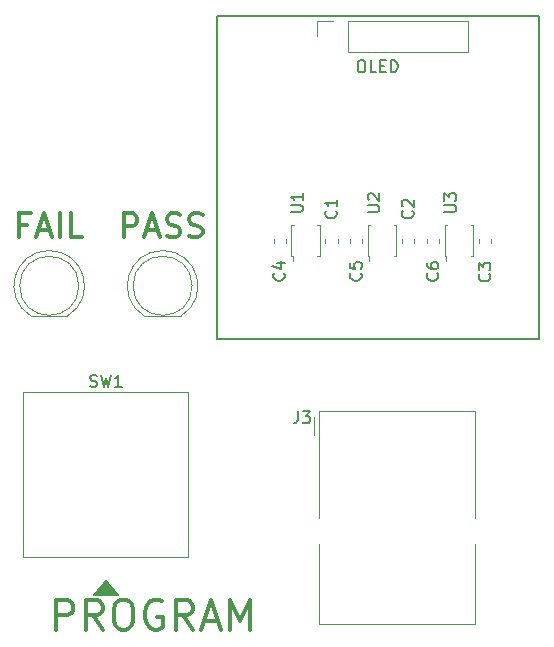
<source format=gto>
G04 #@! TF.GenerationSoftware,KiCad,Pcbnew,5.0-dev-unknown-9241a39~61~ubuntu17.10.1*
G04 #@! TF.CreationDate,2018-07-25T16:03:07+02:00*
G04 #@! TF.ProjectId,tag-connect-hat,7461672D636F6E6E6563742D6861742E,rev?*
G04 #@! TF.SameCoordinates,Original*
G04 #@! TF.FileFunction,Legend,Top*
G04 #@! TF.FilePolarity,Positive*
%FSLAX46Y46*%
G04 Gerber Fmt 4.6, Leading zero omitted, Abs format (unit mm)*
G04 Created by KiCad (PCBNEW 5.0-dev-unknown-9241a39~61~ubuntu17.10.1) date Wed Jul 25 16:03:07 2018*
%MOMM*%
%LPD*%
G01*
G04 APERTURE LIST*
%ADD10C,0.150000*%
%ADD11C,0.350000*%
%ADD12C,0.200000*%
%ADD13C,0.300000*%
%ADD14C,0.120000*%
%ADD15C,0.100000*%
G04 APERTURE END LIST*
D10*
G36*
X86000000Y-147000000D02*
X85000000Y-148250000D01*
X87000000Y-148250000D01*
X86000000Y-147000000D01*
G37*
X86000000Y-147000000D02*
X85000000Y-148250000D01*
X87000000Y-148250000D01*
X86000000Y-147000000D01*
D11*
X81785714Y-151130952D02*
X81785714Y-148630952D01*
X82738095Y-148630952D01*
X82976190Y-148750000D01*
X83095238Y-148869047D01*
X83214285Y-149107142D01*
X83214285Y-149464285D01*
X83095238Y-149702380D01*
X82976190Y-149821428D01*
X82738095Y-149940476D01*
X81785714Y-149940476D01*
X85714285Y-151130952D02*
X84880952Y-149940476D01*
X84285714Y-151130952D02*
X84285714Y-148630952D01*
X85238095Y-148630952D01*
X85476190Y-148750000D01*
X85595238Y-148869047D01*
X85714285Y-149107142D01*
X85714285Y-149464285D01*
X85595238Y-149702380D01*
X85476190Y-149821428D01*
X85238095Y-149940476D01*
X84285714Y-149940476D01*
X87261904Y-148630952D02*
X87738095Y-148630952D01*
X87976190Y-148750000D01*
X88214285Y-148988095D01*
X88333333Y-149464285D01*
X88333333Y-150297619D01*
X88214285Y-150773809D01*
X87976190Y-151011904D01*
X87738095Y-151130952D01*
X87261904Y-151130952D01*
X87023809Y-151011904D01*
X86785714Y-150773809D01*
X86666666Y-150297619D01*
X86666666Y-149464285D01*
X86785714Y-148988095D01*
X87023809Y-148750000D01*
X87261904Y-148630952D01*
X90714285Y-148750000D02*
X90476190Y-148630952D01*
X90119047Y-148630952D01*
X89761904Y-148750000D01*
X89523809Y-148988095D01*
X89404761Y-149226190D01*
X89285714Y-149702380D01*
X89285714Y-150059523D01*
X89404761Y-150535714D01*
X89523809Y-150773809D01*
X89761904Y-151011904D01*
X90119047Y-151130952D01*
X90357142Y-151130952D01*
X90714285Y-151011904D01*
X90833333Y-150892857D01*
X90833333Y-150059523D01*
X90357142Y-150059523D01*
X93333333Y-151130952D02*
X92500000Y-149940476D01*
X91904761Y-151130952D02*
X91904761Y-148630952D01*
X92857142Y-148630952D01*
X93095238Y-148750000D01*
X93214285Y-148869047D01*
X93333333Y-149107142D01*
X93333333Y-149464285D01*
X93214285Y-149702380D01*
X93095238Y-149821428D01*
X92857142Y-149940476D01*
X91904761Y-149940476D01*
X94285714Y-150416666D02*
X95476190Y-150416666D01*
X94047619Y-151130952D02*
X94880952Y-148630952D01*
X95714285Y-151130952D01*
X96547619Y-151130952D02*
X96547619Y-148630952D01*
X97380952Y-150416666D01*
X98214285Y-148630952D01*
X98214285Y-151130952D01*
D12*
X95400000Y-99200000D02*
X122700000Y-99200000D01*
X95400000Y-126500000D02*
X122700000Y-126500000D01*
X122700000Y-99200000D02*
X122700000Y-126500000D01*
X95400000Y-99200000D02*
X95400000Y-126500000D01*
D13*
X79342857Y-116857142D02*
X78676190Y-116857142D01*
X78676190Y-117904761D02*
X78676190Y-115904761D01*
X79628571Y-115904761D01*
X80295238Y-117333333D02*
X81247619Y-117333333D01*
X80104761Y-117904761D02*
X80771428Y-115904761D01*
X81438095Y-117904761D01*
X82104761Y-117904761D02*
X82104761Y-115904761D01*
X84009523Y-117904761D02*
X83057142Y-117904761D01*
X83057142Y-115904761D01*
X87514285Y-117904761D02*
X87514285Y-115904761D01*
X88276190Y-115904761D01*
X88466666Y-116000000D01*
X88561904Y-116095238D01*
X88657142Y-116285714D01*
X88657142Y-116571428D01*
X88561904Y-116761904D01*
X88466666Y-116857142D01*
X88276190Y-116952380D01*
X87514285Y-116952380D01*
X89419047Y-117333333D02*
X90371428Y-117333333D01*
X89228571Y-117904761D02*
X89895238Y-115904761D01*
X90561904Y-117904761D01*
X91133333Y-117809523D02*
X91419047Y-117904761D01*
X91895238Y-117904761D01*
X92085714Y-117809523D01*
X92180952Y-117714285D01*
X92276190Y-117523809D01*
X92276190Y-117333333D01*
X92180952Y-117142857D01*
X92085714Y-117047619D01*
X91895238Y-116952380D01*
X91514285Y-116857142D01*
X91323809Y-116761904D01*
X91228571Y-116666666D01*
X91133333Y-116476190D01*
X91133333Y-116285714D01*
X91228571Y-116095238D01*
X91323809Y-116000000D01*
X91514285Y-115904761D01*
X91990476Y-115904761D01*
X92276190Y-116000000D01*
X93038095Y-117809523D02*
X93323809Y-117904761D01*
X93800000Y-117904761D01*
X93990476Y-117809523D01*
X94085714Y-117714285D01*
X94180952Y-117523809D01*
X94180952Y-117333333D01*
X94085714Y-117142857D01*
X93990476Y-117047619D01*
X93800000Y-116952380D01*
X93419047Y-116857142D01*
X93228571Y-116761904D01*
X93133333Y-116666666D01*
X93038095Y-116476190D01*
X93038095Y-116285714D01*
X93133333Y-116095238D01*
X93228571Y-116000000D01*
X93419047Y-115904761D01*
X93895238Y-115904761D01*
X94180952Y-116000000D01*
D14*
X117100000Y-119500000D02*
X117100000Y-116900000D01*
X117100000Y-116900000D02*
X116900000Y-116900000D01*
X114900000Y-116900000D02*
X114700000Y-116900000D01*
X114700000Y-116900000D02*
X114700000Y-119500000D01*
X114700000Y-119500000D02*
X114800000Y-119500000D01*
X114800000Y-119500000D02*
X114800000Y-119900000D01*
X117100000Y-119500000D02*
X116900000Y-119500000D01*
X110600000Y-119500000D02*
X110600000Y-116900000D01*
X110600000Y-116900000D02*
X110400000Y-116900000D01*
X108400000Y-116900000D02*
X108200000Y-116900000D01*
X108200000Y-116900000D02*
X108200000Y-119500000D01*
X108200000Y-119500000D02*
X108300000Y-119500000D01*
X108300000Y-119500000D02*
X108300000Y-119900000D01*
X110600000Y-119500000D02*
X110400000Y-119500000D01*
X104100000Y-119500000D02*
X103900000Y-119500000D01*
X101800000Y-119500000D02*
X101800000Y-119900000D01*
X101700000Y-119500000D02*
X101800000Y-119500000D01*
X101700000Y-116900000D02*
X101700000Y-119500000D01*
X101900000Y-116900000D02*
X101700000Y-116900000D01*
X104100000Y-116900000D02*
X103900000Y-116900000D01*
X104100000Y-119500000D02*
X104100000Y-116900000D01*
X106470000Y-102230000D02*
X106470000Y-99570000D01*
X106470000Y-102230000D02*
X116690000Y-102230000D01*
X116690000Y-102230000D02*
X116690000Y-99570000D01*
X106470000Y-99570000D02*
X116690000Y-99570000D01*
X103870000Y-99570000D02*
X105200000Y-99570000D01*
X103870000Y-100900000D02*
X103870000Y-99570000D01*
X117590000Y-118028733D02*
X117590000Y-118371267D01*
X118610000Y-118028733D02*
X118610000Y-118371267D01*
X112110000Y-118371267D02*
X112110000Y-118028733D01*
X111090000Y-118371267D02*
X111090000Y-118028733D01*
X114210000Y-118371267D02*
X114210000Y-118028733D01*
X113190000Y-118371267D02*
X113190000Y-118028733D01*
X107710000Y-118371267D02*
X107710000Y-118028733D01*
X106690000Y-118371267D02*
X106690000Y-118028733D01*
X79655000Y-124590000D02*
X82745000Y-124590000D01*
X83700000Y-122030000D02*
G75*
G03X83700000Y-122030000I-2500000J0D01*
G01*
X81200462Y-119040000D02*
G75*
G03X79655170Y-124590000I-462J-2990000D01*
G01*
X81199538Y-119040000D02*
G75*
G02X82744830Y-124590000I462J-2990000D01*
G01*
X90799538Y-119040000D02*
G75*
G02X92344830Y-124590000I462J-2990000D01*
G01*
X90800462Y-119040000D02*
G75*
G03X89255170Y-124590000I-462J-2990000D01*
G01*
X93300000Y-122030000D02*
G75*
G03X93300000Y-122030000I-2500000J0D01*
G01*
X89255000Y-124590000D02*
X92345000Y-124590000D01*
X79015000Y-131015000D02*
X92985000Y-131015000D01*
X92985000Y-131015000D02*
X92985000Y-144985000D01*
X92985000Y-144985000D02*
X79015000Y-144985000D01*
X79015000Y-144985000D02*
X79015000Y-131015000D01*
X103600000Y-134670000D02*
X103600000Y-133140000D01*
X104070000Y-141690000D02*
X104070000Y-132670000D01*
D15*
X104070000Y-141620000D02*
X104070000Y-141690000D01*
D14*
X104070000Y-150670000D02*
X104070000Y-143890000D01*
X117270000Y-150670000D02*
X104070000Y-150670000D01*
D15*
X117270000Y-150660000D02*
X117270000Y-150670000D01*
D14*
X117270000Y-150670000D02*
X117270000Y-143890000D01*
D15*
X117270000Y-150550000D02*
X117270000Y-150670000D01*
D14*
X117270000Y-132670000D02*
X117270000Y-141690000D01*
X104070000Y-132670000D02*
X117270000Y-132670000D01*
X104590000Y-118371267D02*
X104590000Y-118028733D01*
X105610000Y-118371267D02*
X105610000Y-118028733D01*
X100190000Y-118371267D02*
X100190000Y-118028733D01*
X101210000Y-118371267D02*
X101210000Y-118028733D01*
D10*
X114652380Y-115761904D02*
X115461904Y-115761904D01*
X115557142Y-115714285D01*
X115604761Y-115666666D01*
X115652380Y-115571428D01*
X115652380Y-115380952D01*
X115604761Y-115285714D01*
X115557142Y-115238095D01*
X115461904Y-115190476D01*
X114652380Y-115190476D01*
X114652380Y-114809523D02*
X114652380Y-114190476D01*
X115033333Y-114523809D01*
X115033333Y-114380952D01*
X115080952Y-114285714D01*
X115128571Y-114238095D01*
X115223809Y-114190476D01*
X115461904Y-114190476D01*
X115557142Y-114238095D01*
X115604761Y-114285714D01*
X115652380Y-114380952D01*
X115652380Y-114666666D01*
X115604761Y-114761904D01*
X115557142Y-114809523D01*
X108152380Y-115761904D02*
X108961904Y-115761904D01*
X109057142Y-115714285D01*
X109104761Y-115666666D01*
X109152380Y-115571428D01*
X109152380Y-115380952D01*
X109104761Y-115285714D01*
X109057142Y-115238095D01*
X108961904Y-115190476D01*
X108152380Y-115190476D01*
X108247619Y-114761904D02*
X108200000Y-114714285D01*
X108152380Y-114619047D01*
X108152380Y-114380952D01*
X108200000Y-114285714D01*
X108247619Y-114238095D01*
X108342857Y-114190476D01*
X108438095Y-114190476D01*
X108580952Y-114238095D01*
X109152380Y-114809523D01*
X109152380Y-114190476D01*
X101652380Y-115761904D02*
X102461904Y-115761904D01*
X102557142Y-115714285D01*
X102604761Y-115666666D01*
X102652380Y-115571428D01*
X102652380Y-115380952D01*
X102604761Y-115285714D01*
X102557142Y-115238095D01*
X102461904Y-115190476D01*
X101652380Y-115190476D01*
X102652380Y-114190476D02*
X102652380Y-114761904D01*
X102652380Y-114476190D02*
X101652380Y-114476190D01*
X101795238Y-114571428D01*
X101890476Y-114666666D01*
X101938095Y-114761904D01*
X107547619Y-102952380D02*
X107738095Y-102952380D01*
X107833333Y-103000000D01*
X107928571Y-103095238D01*
X107976190Y-103285714D01*
X107976190Y-103619047D01*
X107928571Y-103809523D01*
X107833333Y-103904761D01*
X107738095Y-103952380D01*
X107547619Y-103952380D01*
X107452380Y-103904761D01*
X107357142Y-103809523D01*
X107309523Y-103619047D01*
X107309523Y-103285714D01*
X107357142Y-103095238D01*
X107452380Y-103000000D01*
X107547619Y-102952380D01*
X108880952Y-103952380D02*
X108404761Y-103952380D01*
X108404761Y-102952380D01*
X109214285Y-103428571D02*
X109547619Y-103428571D01*
X109690476Y-103952380D02*
X109214285Y-103952380D01*
X109214285Y-102952380D01*
X109690476Y-102952380D01*
X110119047Y-103952380D02*
X110119047Y-102952380D01*
X110357142Y-102952380D01*
X110500000Y-103000000D01*
X110595238Y-103095238D01*
X110642857Y-103190476D01*
X110690476Y-103380952D01*
X110690476Y-103523809D01*
X110642857Y-103714285D01*
X110595238Y-103809523D01*
X110500000Y-103904761D01*
X110357142Y-103952380D01*
X110119047Y-103952380D01*
X118457142Y-121041666D02*
X118504761Y-121089285D01*
X118552380Y-121232142D01*
X118552380Y-121327380D01*
X118504761Y-121470238D01*
X118409523Y-121565476D01*
X118314285Y-121613095D01*
X118123809Y-121660714D01*
X117980952Y-121660714D01*
X117790476Y-121613095D01*
X117695238Y-121565476D01*
X117600000Y-121470238D01*
X117552380Y-121327380D01*
X117552380Y-121232142D01*
X117600000Y-121089285D01*
X117647619Y-121041666D01*
X117552380Y-120708333D02*
X117552380Y-120089285D01*
X117933333Y-120422619D01*
X117933333Y-120279761D01*
X117980952Y-120184523D01*
X118028571Y-120136904D01*
X118123809Y-120089285D01*
X118361904Y-120089285D01*
X118457142Y-120136904D01*
X118504761Y-120184523D01*
X118552380Y-120279761D01*
X118552380Y-120565476D01*
X118504761Y-120660714D01*
X118457142Y-120708333D01*
X111957142Y-115691666D02*
X112004761Y-115739285D01*
X112052380Y-115882142D01*
X112052380Y-115977380D01*
X112004761Y-116120238D01*
X111909523Y-116215476D01*
X111814285Y-116263095D01*
X111623809Y-116310714D01*
X111480952Y-116310714D01*
X111290476Y-116263095D01*
X111195238Y-116215476D01*
X111100000Y-116120238D01*
X111052380Y-115977380D01*
X111052380Y-115882142D01*
X111100000Y-115739285D01*
X111147619Y-115691666D01*
X111147619Y-115310714D02*
X111100000Y-115263095D01*
X111052380Y-115167857D01*
X111052380Y-114929761D01*
X111100000Y-114834523D01*
X111147619Y-114786904D01*
X111242857Y-114739285D01*
X111338095Y-114739285D01*
X111480952Y-114786904D01*
X112052380Y-115358333D01*
X112052380Y-114739285D01*
X114057142Y-120966666D02*
X114104761Y-121014285D01*
X114152380Y-121157142D01*
X114152380Y-121252380D01*
X114104761Y-121395238D01*
X114009523Y-121490476D01*
X113914285Y-121538095D01*
X113723809Y-121585714D01*
X113580952Y-121585714D01*
X113390476Y-121538095D01*
X113295238Y-121490476D01*
X113200000Y-121395238D01*
X113152380Y-121252380D01*
X113152380Y-121157142D01*
X113200000Y-121014285D01*
X113247619Y-120966666D01*
X113152380Y-120109523D02*
X113152380Y-120300000D01*
X113200000Y-120395238D01*
X113247619Y-120442857D01*
X113390476Y-120538095D01*
X113580952Y-120585714D01*
X113961904Y-120585714D01*
X114057142Y-120538095D01*
X114104761Y-120490476D01*
X114152380Y-120395238D01*
X114152380Y-120204761D01*
X114104761Y-120109523D01*
X114057142Y-120061904D01*
X113961904Y-120014285D01*
X113723809Y-120014285D01*
X113628571Y-120061904D01*
X113580952Y-120109523D01*
X113533333Y-120204761D01*
X113533333Y-120395238D01*
X113580952Y-120490476D01*
X113628571Y-120538095D01*
X113723809Y-120585714D01*
X107557142Y-120966666D02*
X107604761Y-121014285D01*
X107652380Y-121157142D01*
X107652380Y-121252380D01*
X107604761Y-121395238D01*
X107509523Y-121490476D01*
X107414285Y-121538095D01*
X107223809Y-121585714D01*
X107080952Y-121585714D01*
X106890476Y-121538095D01*
X106795238Y-121490476D01*
X106700000Y-121395238D01*
X106652380Y-121252380D01*
X106652380Y-121157142D01*
X106700000Y-121014285D01*
X106747619Y-120966666D01*
X106652380Y-120061904D02*
X106652380Y-120538095D01*
X107128571Y-120585714D01*
X107080952Y-120538095D01*
X107033333Y-120442857D01*
X107033333Y-120204761D01*
X107080952Y-120109523D01*
X107128571Y-120061904D01*
X107223809Y-120014285D01*
X107461904Y-120014285D01*
X107557142Y-120061904D01*
X107604761Y-120109523D01*
X107652380Y-120204761D01*
X107652380Y-120442857D01*
X107604761Y-120538095D01*
X107557142Y-120585714D01*
X84666666Y-130530761D02*
X84809523Y-130578380D01*
X85047619Y-130578380D01*
X85142857Y-130530761D01*
X85190476Y-130483142D01*
X85238095Y-130387904D01*
X85238095Y-130292666D01*
X85190476Y-130197428D01*
X85142857Y-130149809D01*
X85047619Y-130102190D01*
X84857142Y-130054571D01*
X84761904Y-130006952D01*
X84714285Y-129959333D01*
X84666666Y-129864095D01*
X84666666Y-129768857D01*
X84714285Y-129673619D01*
X84761904Y-129626000D01*
X84857142Y-129578380D01*
X85095238Y-129578380D01*
X85238095Y-129626000D01*
X85571428Y-129578380D02*
X85809523Y-130578380D01*
X86000000Y-129864095D01*
X86190476Y-130578380D01*
X86428571Y-129578380D01*
X87333333Y-130578380D02*
X86761904Y-130578380D01*
X87047619Y-130578380D02*
X87047619Y-129578380D01*
X86952380Y-129721238D01*
X86857142Y-129816476D01*
X86761904Y-129864095D01*
X102266666Y-132652380D02*
X102266666Y-133366666D01*
X102219047Y-133509523D01*
X102123809Y-133604761D01*
X101980952Y-133652380D01*
X101885714Y-133652380D01*
X102647619Y-132652380D02*
X103266666Y-132652380D01*
X102933333Y-133033333D01*
X103076190Y-133033333D01*
X103171428Y-133080952D01*
X103219047Y-133128571D01*
X103266666Y-133223809D01*
X103266666Y-133461904D01*
X103219047Y-133557142D01*
X103171428Y-133604761D01*
X103076190Y-133652380D01*
X102790476Y-133652380D01*
X102695238Y-133604761D01*
X102647619Y-133557142D01*
X105457142Y-115691666D02*
X105504761Y-115739285D01*
X105552380Y-115882142D01*
X105552380Y-115977380D01*
X105504761Y-116120238D01*
X105409523Y-116215476D01*
X105314285Y-116263095D01*
X105123809Y-116310714D01*
X104980952Y-116310714D01*
X104790476Y-116263095D01*
X104695238Y-116215476D01*
X104600000Y-116120238D01*
X104552380Y-115977380D01*
X104552380Y-115882142D01*
X104600000Y-115739285D01*
X104647619Y-115691666D01*
X105552380Y-114739285D02*
X105552380Y-115310714D01*
X105552380Y-115025000D02*
X104552380Y-115025000D01*
X104695238Y-115120238D01*
X104790476Y-115215476D01*
X104838095Y-115310714D01*
X101057142Y-120966666D02*
X101104761Y-121014285D01*
X101152380Y-121157142D01*
X101152380Y-121252380D01*
X101104761Y-121395238D01*
X101009523Y-121490476D01*
X100914285Y-121538095D01*
X100723809Y-121585714D01*
X100580952Y-121585714D01*
X100390476Y-121538095D01*
X100295238Y-121490476D01*
X100200000Y-121395238D01*
X100152380Y-121252380D01*
X100152380Y-121157142D01*
X100200000Y-121014285D01*
X100247619Y-120966666D01*
X100485714Y-120109523D02*
X101152380Y-120109523D01*
X100104761Y-120347619D02*
X100819047Y-120585714D01*
X100819047Y-119966666D01*
M02*

</source>
